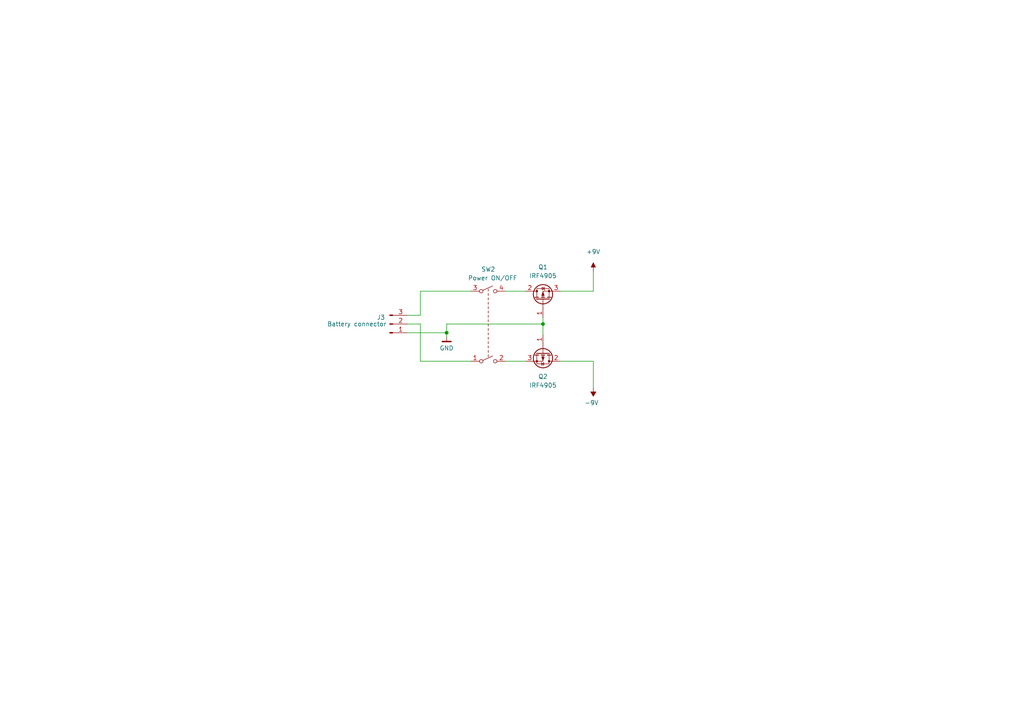
<source format=kicad_sch>
(kicad_sch (version 20230121) (generator eeschema)
  (paper "A4")
  (title_block (title "Uređaj za merenje efektivne vrednosti AC napona") (date "2024-01-19") (rev "2") (company "Srđan Milkić") (comment 4 "Baterijsko napajanje"))
  (lib_symbols
    (symbol "Connector:Conn_01x03_Male" (pin_names (offset 1.016) hide)
      (property "Reference" "J3" (at 0.635 7.62 0))
      (property "Value" "Battery connector" (at 0 5.08 0))
      (symbol "Conn_01x03_Male_1_1"
        (polyline (pts (xy 1.27 -2.54) (xy 0.8636 -2.54)) (stroke (width 0.1524)))
        (polyline (pts (xy 1.27 0) (xy 0.8636 0)) (stroke (width 0.1524)))
        (polyline (pts (xy 1.27 2.54) (xy 0.8636 2.54)) (stroke (width 0.1524)))
        (rectangle (start 0.8636 -2.413) (end 0 -2.667) (stroke (width 0.1524)) (fill (type outline)))
        (rectangle (start 0.8636 0.127) (end 0 -0.127) (stroke (width 0.1524)) (fill (type outline)))
        (rectangle (start 0.8636 2.667) (end 0 2.413) (stroke (width 0.1524)) (fill (type outline)))
        (pin passive line (at 5.08 -2.54 180) (length 3.81) (name "Pin_3") (number "1"))
        (pin passive line (at 5.08 0 180) (length 3.81) (name "Pin_2") (number "2"))
        (pin passive line (at 5.08 2.54 180) (length 3.81) (name "Pin_1") (number "3"))
      )
    )
    (symbol "Switch:SW_DPST" (pin_names (offset 0) hide)
      (property "Reference" "SW2" (at 0 8.89 0))
      (property "Value" "Power ON/OFF" (at 1.27 6.35 0))
      (symbol "SW_DPST_0_0"
        (circle (center -2.032 -17.78) (radius 0.508))
        (circle (center -2.032 2.54) (radius 0.508))
        (polyline (pts (xy -1.524 -17.526) (xy 1.27 -16.256)))
        (polyline (pts (xy -1.524 2.794) (xy 1.27 4.064)))
        (polyline (pts (xy 0 -16.51) (xy 0 -15.875)))
        (polyline (pts (xy 0 -15.24) (xy 0 -14.605)))
        (polyline (pts (xy 0 -13.97) (xy 0 -13.335)))
        (polyline (pts (xy 0 -12.7) (xy 0 -12.065)))
        (polyline (pts (xy 0 -11.43) (xy 0 -10.795)))
        (polyline (pts (xy 0 -10.16) (xy 0 -9.525)))
        (polyline (pts (xy 0 -8.89) (xy 0 -8.255)))
        (polyline (pts (xy 0 -7.62) (xy 0 -6.985)))
        (polyline (pts (xy 0 -6.35) (xy 0 -5.715)))
        (polyline (pts (xy 0 -5.08) (xy 0 -4.445)))
        (polyline (pts (xy 0 -3.81) (xy 0 -3.175)))
        (polyline (pts (xy 0 -2.54) (xy 0 -1.905)))
        (polyline (pts (xy 0 -1.27) (xy 0 -0.635)))
        (polyline (pts (xy 0 0) (xy 0 0.635)))
        (polyline (pts (xy 0 1.27) (xy 0 1.905)))
        (polyline (pts (xy 0 2.54) (xy 0 3.175)))
        (circle (center 2.032 -17.78) (radius 0.508))
        (circle (center 2.032 2.54) (radius 0.508))
      )
      (symbol "SW_DPST_1_1"
        (pin passive line (at -5.08 -17.78 0) (length 2.54) (name "1") (number "1"))
        (pin passive line (at 5.08 -17.78 180) (length 2.54) (name "2") (number "2"))
        (pin passive line (at -5.08 2.54 0) (length 2.54) (name "3") (number "3"))
        (pin passive line (at 5.08 2.54 180) (length 2.54) (name "4") (number "4"))
      )
    )
    (symbol "Transistor_FET:IRF4905" (pin_names hide)
      (property "Reference" "Q" (at 5.08 1.905 0))
      (property "Value" "IRF4905" (at 5.08 0 0))
      (symbol "IRF4905_0_1"
        (polyline (pts (xy 0.254 0) (xy -2.54 0)))
        (polyline (pts (xy 0.254 1.905) (xy 0.254 -1.905)) (stroke (width 0.254)))
        (polyline (pts (xy 0.762 -1.27) (xy 0.762 -2.286)) (stroke (width 0.254)))
        (polyline (pts (xy 0.762 0.508) (xy 0.762 -0.508)) (stroke (width 0.254)))
        (polyline (pts (xy 0.762 2.286) (xy 0.762 1.27)) (stroke (width 0.254)))
        (polyline (pts (xy 2.54 2.54) (xy 2.54 1.778)))
        (polyline (pts (xy 2.54 -2.54) (xy 2.54 0) (xy 0.762 0)))
        (polyline (pts (xy 0.762 1.778) (xy 3.302 1.778) (xy 3.302 -1.778) (xy 0.762 -1.778)))
        (polyline (pts (xy 2.286 0) (xy 1.27 0.381) (xy 1.27 -0.381) (xy 2.286 0)) (fill (type outline)))
        (polyline (pts (xy 2.794 -0.508) (xy 2.921 -0.381) (xy 3.683 -0.381) (xy 3.81 -0.254)))
        (polyline (pts (xy 3.302 -0.381) (xy 2.921 0.254) (xy 3.683 0.254) (xy 3.302 -0.381)))
        (circle (center 1.651 0) (radius 2.794) (stroke (width 0.254)))
        (circle (center 2.54 -1.778) (radius 0.254) (fill (type outline)))
        (circle (center 2.54 1.778) (radius 0.254) (fill (type outline)))
      )
      (symbol "IRF4905_1_1"
        (pin input line (at -5.08 0 0) (length 2.54) (name "G") (number "1"))
        (pin passive line (at 2.54 5.08 270) (length 2.54) (name "D") (number "2"))
        (pin passive line (at 2.54 -5.08 90) (length 2.54) (name "S") (number "3"))
      )
    )
    (symbol "power:+9V" (power) (pin_names (offset 0))
      (property "Value" "+9V" (at 0 5.715 0))
      (symbol "+9V_0_1"
        (polyline (pts (xy 0 0) (xy 0 2.54)))
        (polyline (pts (xy 0.635 1.27) (xy -0.635 1.27) (xy 0 2.54) (xy 0.635 1.27)) (fill (type outline)))
      )
      (symbol "+9V_1_1"
        (pin power_in line (at 0 0 90) (length 0) hide (name "+9V") (number "1"))
      )
    )
    (symbol "power:-9V" (power) (pin_names (offset 0))
      (property "Value" "-9V" (at 0 3.81 0))
      (symbol "-9V_0_1"
        (polyline (pts (xy 0 0) (xy 0 2.54)))
        (polyline (pts (xy 0.762 1.27) (xy -0.762 1.27) (xy 0 2.54) (xy 0.762 1.27)) (fill (type outline)))
      )
      (symbol "-9V_1_1"
        (pin power_in line (at 0 0 90) (length 0) hide (name "-9V") (number "1"))
      )
    )
    (symbol "priums:GND"
      (property "Value" "GND" (at 0 -2.794 0))
      (symbol "GND_0_1"
        (polyline (pts (xy -1.27 -1.27) (xy 1.27 -1.27)) (stroke (width 0.4)))
        (polyline (pts (xy 0 -1.27) (xy 0 0)))
      )
      (symbol "GND_1_1"
        (pin power_in line (at 0 0 270) (length 0) hide (name "GND") (number "1"))
      )
    )
  )
  (junction (at 129.54 96.52))
  (junction (at 157.48 93.98))
  (wire (pts (xy 118.11 91.44) (xy 121.92 91.44)))
  (wire (pts (xy 172.085 104.775) (xy 172.085 112.395)))
  (wire (pts (xy 121.92 84.455) (xy 136.525 84.455)))
  (wire (pts (xy 118.11 96.52) (xy 129.54 96.52)))
  (wire (pts (xy 136.525 104.775) (xy 121.92 104.775)))
  (wire (pts (xy 121.92 93.98) (xy 118.11 93.98)))
  (wire (pts (xy 129.54 96.52) (xy 129.54 97.79)))
  (wire (pts (xy 162.56 104.775) (xy 172.085 104.775)))
  (wire (pts (xy 146.685 84.455) (xy 152.4 84.455)))
  (wire (pts (xy 157.48 92.075) (xy 157.48 93.98)))
  (wire (pts (xy 172.085 84.455) (xy 172.085 78.74)))
  (wire (pts (xy 162.56 84.455) (xy 172.085 84.455)))
  (wire (pts (xy 157.48 93.98) (xy 157.48 97.155)))
  (wire (pts (xy 121.92 91.44) (xy 121.92 84.455)))
  (wire (pts (xy 129.54 96.52) (xy 129.54 93.98)))
  (wire (pts (xy 146.685 104.775) (xy 152.4 104.775)))
  (wire (pts (xy 129.54 93.98) (xy 157.48 93.98)))
  (wire (pts (xy 121.92 104.775) (xy 121.92 93.98)))
  (symbol (lib_id "Switch:SW_DPST") (at 141.605 86.995 0) (unit 1)
    (property "Reference" "SW2" (at 141.605 78.105 0))
    (property "Value" "Power ON/OFF" (at 142.875 80.645 0))
    (property "Footprint" "Button_Switch_THT:SW_CuK_JS202011AQN_DPDT_Angled" (effects hide))
  )
  (symbol (lib_id "priums:GND") (at 129.54 97.79 0) (unit 1)
    (property "Reference" "#PWR27" (effects hide))
    (property "Value" "GND" (at 129.54 100.965 0))
  )
  (symbol (lib_id "Transistor_FET:IRF4905") (at 157.48 102.235 270) (unit 1)
    (property "Reference" "Q2" (at 157.48 109.22 90))
    (property "Value" "IRF4905" (at 157.48 111.76 90))
    (property "Footprint" "Package_TO_SOT_THT:TO-220-3_Vertical" (effects hide))
    (property "Datasheet" "http://www.infineon.com/dgdl/irf4905.pdf?fileId=5546d462533600a4015355e32165197c" (effects hide))
  )
  (symbol (lib_id "power:-9V") (at 172.085 112.395 180) (unit 1)
    (property "Reference" "#PWR029" (effects hide))
    (property "Value" "-9V" (at 169.545 116.84 0) (effects (justify right)))
  )
  (symbol (lib_id "power:+9V") (at 172.085 78.74 0) (unit 1)
    (property "Reference" "#PWR028" (effects hide))
    (property "Value" "+9V" (at 172.085 73.025 0))
  )
  (symbol (lib_id "Transistor_FET:IRF4905") (at 157.48 86.995 90) (unit 1)
    (property "Reference" "Q1" (at 157.48 77.47 90))
    (property "Value" "IRF4905" (at 157.48 80.01 90))
    (property "Footprint" "Package_TO_SOT_THT:TO-220-3_Vertical" (effects hide))
    (property "Datasheet" "http://www.infineon.com/dgdl/irf4905.pdf?fileId=5546d462533600a4015355e32165197c" (effects hide))
  )
  (symbol (lib_id "Connector:Conn_01x03_Male") (at 113.03 93.98 0) (unit 1)
    (property "Reference" "J3" (at 110.49 92.075 0))
    (property "Value" "Battery connector" (at 103.505 93.98 0))
    (property "Footprint" "Connector_JST:JST_XH_B3B-XH-A_1x03_P2.50mm_Vertical" (effects hide))
  )
)
</source>
